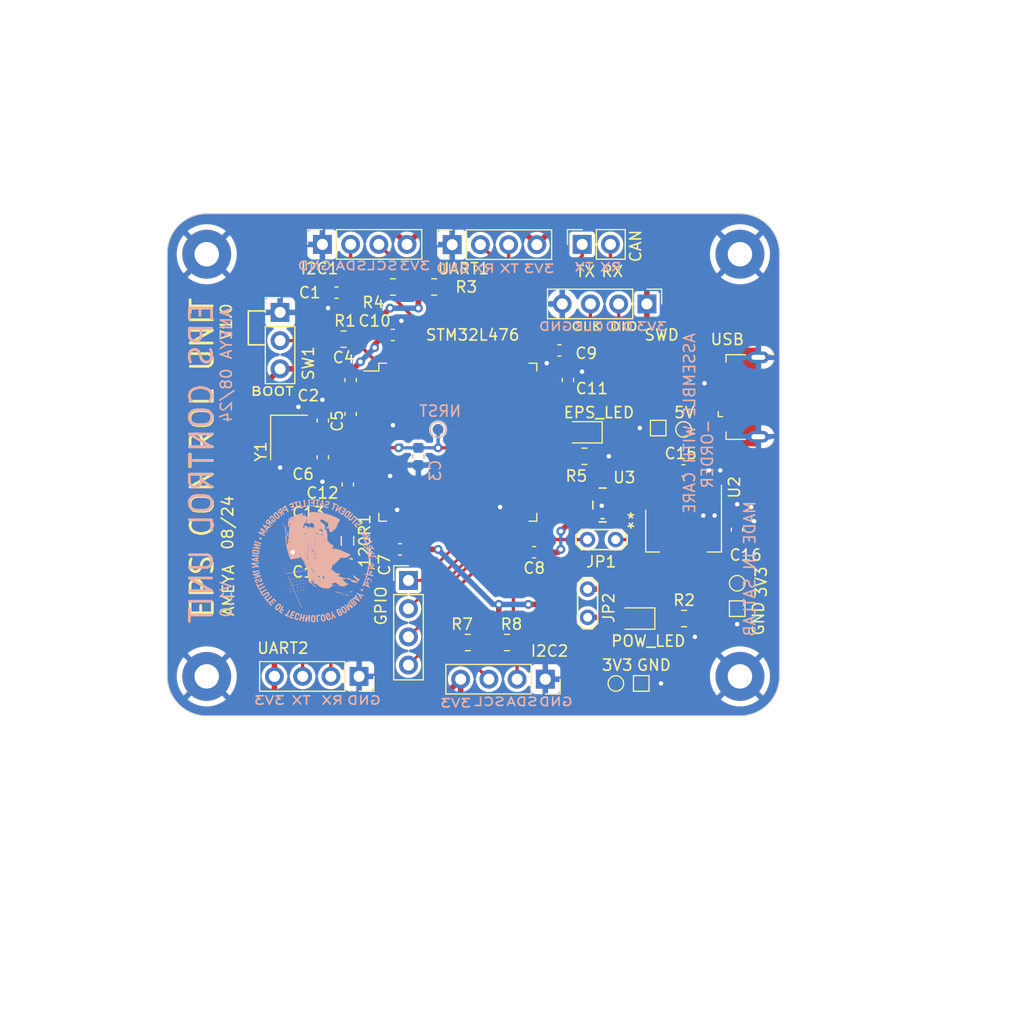
<source format=kicad_pcb>
(kicad_pcb (version 20221018) (generator pcbnew)
  (title_block (title "EPS Control Unit") (date "2024-08-30") (company "IIT Bombay Student Satellite Program") (comment 1 "Author: Ameya Marakarkandy"))
  (layers (0 "F.Cu" signal) (31 "B.Cu" signal) (34 "B.Paste" user) (35 "F.Paste" user) (36 "B.SilkS" user "B.Silkscreen") (37 "F.SilkS" user "F.Silkscreen") (38 "B.Mask" user) (39 "F.Mask" user) (44 "Edge.Cuts" user))
  (net 0 "")
  (net 1 "+3.3VA")
  (net 2 "3V3_EPS")
  (net 3 "GND")
  (net 4 "/HSE_IN")
  (net 5 "/NRST")
  (net 6 "/HSE_OUT")
  (net 7 "VBUS")
  (net 8 "/LED_CATHODE")
  (net 9 "/SWDIO")
  (net 10 "/SWCLK")
  (net 11 "/USB_D-")
  (net 12 "/USB_D+")
  (net 14 "/I2C1_SDA")
  (net 15 "/I2C1_SCL")
  (net 16 "/UART1_RX")
  (net 17 "/UART1_TX")
  (net 18 "/I2C2_SDA")
  (net 19 "/I2C2_SCL")
  (net 20 "/UART2_RX")
  (net 21 "/UART2_TX")
  (net 22 "/CAN_TX")
  (net 23 "/CAN_RX")
  (net 24 "/SW_BOOT0")
  (net 25 "/BOOT0")
  (net 51 "/GPIO1")
  (net 52 "/GPIO2")
  (net 53 "/GPIO3")
  (net 54 "/GPIO4")
  (net 71 "Net-(D2-K)")
  (net 93 "/WDI")
  (net 95 "/3V3_LDO")
  (net 96 "/WDI_RESET")
  (net 97 "/EPS_LED")
  (footprint "Package_QFP:LQFP-100_14x14mm_P0.5mm" (layer "F.Cu") (at 139.004 90.552)
    (fp_text reference "STM32L476")
    (fp_text value "STM32L476VET6")
  )
  (footprint "Capacitor_SMD:C_0603_1608Metric" (layer "F.Cu") (at 126.85 88.604 90)
    (fp_text reference "C2")
    (fp_text value "10pF")
  )
  (footprint "Resistor_SMD:R_0805_2012Metric" (layer "F.Cu") (at 150.404 91.822)
    (fp_text reference "R5")
    (fp_text value "1k5")
  )
  (footprint "Connector_USB:USB_Micro-B_GCT_USB3076-30-A" (layer "F.Cu") (at 164.855 86.488 90)
    (fp_text reference "USB")
    (fp_text value "USB_B_Micro")
  )
  (footprint "Capacitor_SMD:C_0603_1608Metric" (layer "F.Cu") (at 133.797 100.204 180)
    (fp_text reference "C7")
    (fp_text value "100nF")
  )
  (footprint "Capacitor_SMD:C_0603_1608Metric" (layer "F.Cu") (at 129.352 88.012 90)
    (fp_text reference "C5")
    (fp_text value "100nF")
  )
  (footprint "Capacitor_SMD:C_0603_1608Metric" (layer "F.Cu") (at 148.148 82.297 180)
    (fp_text reference "C9")
    (fp_text value "100nF")
  )
  (footprint "TestPoint:TestPoint_Pad_D1.0mm" (layer "F.Cu") (at 153.228 112.269)
    (fp_text reference "3V3")
    (fp_text value "TestPoint")
  )
  (footprint "Resistor_SMD:R_0805_2012Metric" (layer "F.Cu") (at 143.4255 108.586)
    (fp_text reference "R8")
    (fp_text value "1k5")
  )
  (footprint "Package_TO_SOT_SMD:SOT-223-3_TabPin2" (layer "F.Cu") (at 159.324 98.528 -90)
    (fp_text reference "U2")
    (fp_text value "AMS1117-3.3")
  )
  (footprint "Capacitor_SMD:C_0603_1608Metric" (layer "F.Cu") (at 148.91 84.964 90)
    (fp_text reference "C11")
    (fp_text value "100nF")
  )
  (footprint "Connector_PinHeader_2.54mm:PinHeader_1x04_P2.54mm_Vertical" (layer "F.Cu") (at 134.559 102.998)
    (fp_text reference "J8" hide)
    (fp_text value "Conn_01x04_Pin")
  )
  (footprint "Resistor_SMD:R_0805_2012Metric" (layer "F.Cu") (at 128.717 81.281)
    (fp_text reference "R1")
    (fp_text value "10k")
  )
  (footprint "Resistor_SMD:R_0805_2012Metric" (layer "F.Cu") (at 159.3725 106.427)
    (fp_text reference "R2")
    (fp_text value "1k5")
  )
  (footprint "Capacitor_SMD:C_0603_1608Metric" (layer "F.Cu") (at 128.082 77.09 180)
    (fp_text reference "C1")
    (fp_text value "10uF")
  )
  (footprint "LED_SMD:LED_0805_2012Metric" (layer "F.Cu") (at 155.0545 106.427 180)
    (fp_text reference "POW_LED")
    (fp_text value "POWER_LED")
  )
  (footprint "Capacitor_SMD:C_0603_1608Metric" (layer "F.Cu") (at 126.85 91.906 -90)
    (fp_text reference "C6")
    (fp_text value "10pF")
  )
  (footprint "Resistor_SMD:R_0805_2012Metric" (layer "F.Cu") (at 139.893 108.586 180)
    (fp_text reference "R7")
    (fp_text value "1k5")
  )
  (footprint "Connector_PinSocket_2.54mm:PinSocket_1x04_P2.54mm_Vertical" (layer "F.Cu") (at 138.496 72.772 90)
    (fp_text reference "J4" hide)
    (fp_text value "Conn_01x04_Pin")
  )
  (footprint "Capacitor_SMD:C_0603_1608Metric" (layer "F.Cu") (at 129.352 84.964 -90)
    (fp_text reference "C4")
    (fp_text value "100nF")
  )
  (footprint "Capacitor_SMD:C_0603_1608Metric" (layer "F.Cu") (at 145.875 100.458 180)
    (fp_text reference "C8")
    (fp_text value "100nF")
  )
  (footprint "Connector_PinSocket_2.54mm:PinSocket_1x04_P2.54mm_Vertical" (layer "F.Cu") (at 130.114 111.634 -90)
    (fp_text reference "UART2")
    (fp_text value "Conn_01x04_Pin")
  )
  (footprint "TestPoint:TestPoint_Pad_1.0x1.0mm" (layer "F.Cu") (at 157.038 89.282 180)
    (fp_text reference "TP2" hide)
    (fp_text value "TestPoint")
  )
  (footprint "TestPoint:TestPoint_Pad_D1.0mm" (layer "F.Cu") (at 159.324 89.409 180)
    (fp_text reference "5V")
    (fp_text value "TestPoint")
  )
  (footprint "Resistor_SMD:R_0805_2012Metric" (layer "F.Cu") (at 136.8685 76.582)
    (fp_text reference "R3")
    (fp_text value "1k5")
  )
  (footprint "Connector_PinSocket_2.54mm:PinSocket_1x02_P2.54mm_Vertical" (layer "F.Cu") (at 150.2 72.747 90)
    (fp_text reference "J7" hide)
    (fp_text value "Conn_01x02_Pin")
  )
  (footprint "Capacitor_SMD:C_0603_1608Metric" (layer "F.Cu") (at 133.162 80.9)
    (fp_text reference "C10")
    (fp_text value "100nF")
  )
  (footprint "Resistor_SMD:R_0805_2012Metric" (layer "F.Cu") (at 133.162 76.582 180)
    (fp_text reference "R4")
    (fp_text value "1k5")
  )
  (footprint "Connector_PinHeader_2.54mm:PinHeader_1x04_P2.54mm_Vertical" (layer "F.Cu") (at 156.022 78.106 -90)
    (fp_text reference "J1" hide)
    (fp_text value "Conn_01x04_Pin")
  )
  (footprint "MountingHole:MountingHole_2.2mm_M2_Pad" (layer "F.Cu") (at 164.398 73.634)
    (fp_text reference "H2" hide)
    (fp_text value "MountingHole_Pad")
  )
  (footprint "Connector_PinSocket_2.54mm:PinSocket_1x04_P2.54mm_Vertical" (layer "F.Cu") (at 146.878 111.888 -90)
    (fp_text reference "J5" hide)
    (fp_text value "Conn_01x04_Pin")
  )
  (footprint "Capacitor_SMD:C_0603_1608Metric" (layer "F.Cu") (at 129.098 94.362 90)
    (fp_text reference "C12")
    (fp_text value "10nF")
  )
  (footprint "Connector_PinSocket_2.54mm:PinSocket_1x04_P2.54mm_Vertical" (layer "F.Cu") (at 126.812 72.747 90)
    (fp_text reference "J3" hide)
    (fp_text value "Conn_01x04_Pin")
  )
  (footprint "Capacitor_SMD:C_0603_1608Metric" (layer "F.Cu") (at 164.136 98.426 90)
    (fp_text reference "C16")
    (fp_text value "22uF")
  )
  (footprint "Capacitor_SMD:C_0603_1608Metric" (layer "F.Cu") (at 126.545 98.426 180)
    (fp_text reference "C13")
    (fp_text value "1uF")
  )
  (footprint "TestPoint:TestPoint_Pad_D1.0mm" (layer "F.Cu") (at 164.15 103.252 180)
    (fp_text reference "3V3")
    (fp_text value "TestPoint")
  )
  (footprint "Connector_PinHeader_2.54mm:PinHeader_1x03_P2.54mm_Vertical" (layer "F.Cu") (at 123.002 78.868)
    (fp_text reference "SW1")
    (fp_text value "SW_SPDT")
  )
  (footprint "Capacitor_SMD:C_0603_1608Metric" (layer "F.Cu") (at 126.558 100.458 180)
    (fp_text reference "C14")
    (fp_text value "1uF")
  )
  (footprint "MountingHole:MountingHole_2.2mm_M2_Pad" (layer "F.Cu") (at 116.398 111.634)
    (fp_text reference "H4" hide)
    (fp_text value "MountingHole_Pad")
  )
  (footprint "TestPoint:TestPoint_Pad_1.0x1.0mm" (layer "F.Cu") (at 164.15 105.538 180)
    (fp_text reference "GND")
    (fp_text value "TestPoint")
  )
  (footprint "TestPoint:TestPoint_2Pads_Pitch2.54mm_Drill0.8mm" (layer "F.Cu") (at 153.208 99.319998 180)
    (fp_text reference "JP1")
    (fp_text value "Jumper_2_Bridged")
  )
  (footprint "Capacitor_SMD:C_0603_1608Metric" (layer "F.Cu") (at 159.31 93.092)
    (fp_text reference "C15")
    (fp_text value "22uF")
  )
  (footprint "Inductor_SMD:L_0805_2012Metric" (layer "F.Cu") (at 129.072 99.442 -90)
    (fp_text reference "120R1")
    (fp_text value "FerriteBead")
  )
  (footprint "MountingHole:MountingHole_2.2mm_M2_Pad" (layer "F.Cu") (at 164.398 111.634)
    (fp_text reference "H3" hide)
    (fp_text value "MountingHole_Pad")
  )
  (footprint "TestPoint:TestPoint_Pad_1.0x1.0mm" (layer "F.Cu") (at 155.514 112.269)
    (fp_text reference "GND")
    (fp_text value "TestPoint")
  )
  (footprint "LED_SMD:LED_0805_2012Metric" (layer "F.Cu") (at 150.307 89.663 180)
    (fp_text reference "EPS_LED")
    (fp_text value "EPS_LED")
  )
  (footprint "MountingHole:MountingHole_2.2mm_M2_Pad" (layer "F.Cu") (at 116.398 73.634)
    (fp_text reference "H1" hide)
    (fp_text value "MountingHole_Pad")
  )
  (footprint "Crystal:Crystal_SMD_Abracon_ABM8AIG-4Pin_3.2x2.5mm" (layer "F.Cu") (at 123.802 90.128 -90)
    (fp_text reference "Y1")
    (fp_text value "32MHz")
  )
  (footprint "TPS3824:tps3824" (layer "F.Cu") (at 152.0342 96.205999 180)
    (fp_text reference "U3")
    (fp_text value "TPS3824-33QDBVRQ1")
  )
  (footprint "TestPoint:TestPoint_2Pads_Pitch2.54mm_Drill0.8mm" (layer "F.Cu") (at 150.688 103.78 -90)
    (fp_text reference "JP2")
    (fp_text value "Jumper_2_Bridged")
  )
  (footprint "LOGO" (layer "B.Cu") (at 125.984 101.219 -90)
    (fp_text reference "G***" hide)
    (fp_text value "LOGO" hide)
  )
  (footprint "TestPoint:TestPoint_Pad_D1.0mm" (layer "B.Cu") (at 137.226 89.409 180)
    (fp_text reference "NRST")
    (fp_text value "TestPoint")
  )
  (footprint "Capacitor_SMD:C_0603_1608Metric" (layer "B.Cu") (at 135.448 91.835 -90)
    (fp_text reference "C3")
    (fp_text value "100nF")
  )
  (gr_line (start 121.539 78.74) (end 121.666 78.74) (stroke (width 0.15)) (layer "F.SilkS"))
  (gr_line (start 121.539 78.74) (end 120.142 78.74) (stroke (width 0.15)) (layer "F.SilkS"))
  (gr_line (start 120.142 78.74) (end 120.142 81.788) (stroke (width 0.15)) (layer "F.SilkS"))
  (gr_line (start 121.412 81.788) (end 121.666 81.788) (stroke (width 0.15)) (layer "F.SilkS"))
  (gr_line (start 120.142 81.788) (end 121.412 81.788) (stroke (width 0.15)) (layer "F.SilkS"))
  (gr_arc (start 112.842 73.534) (mid 113.883528 71.019528) (end 116.398 69.978) (stroke (width 0.1)) (layer "Edge.Cuts"))
  (gr_line (start 116.398 115.19) (end 164.404 115.19) (stroke (width 0.1)) (layer "Edge.Cuts"))
  (gr_line (start 112.842 111.634) (end 112.842 73.534) (stroke (width 0.1)) (layer "Edge.Cuts"))
  (gr_arc (start 116.398 115.19) (mid 113.883528 114.148472) (end 112.842 111.634) (stroke (width 0.1)) (layer "Edge.Cuts"))
  (gr_line (start 164.404 69.978) (end 116.398 69.978) (stroke (width 0.1)) (layer "Edge.Cuts"))
  (gr_line (start 167.96 111.634) (end 167.96 73.534) (stroke (width 0.1)) (layer "Edge.Cuts"))
  (gr_arc (start 164.404 69.978) (mid 166.918472 71.019528) (end 167.96 73.534) (stroke (width 0.1)) (layer "Edge.Cuts"))
  (gr_arc (start 167.96 111.634) (mid 166.918472 114.148472) (end 164.404 115.19) (stroke (width 0.1)) (layer "Edge.Cuts"))
  (gr_text "DIO" (at 153.543 80.137) (layer "B.SilkS") (effects (font (size 0.75 1)) (justify mirror)))
  (gr_text "3V3" (at 138.811 114.046) (layer "B.SilkS") (effects (font (size 0.75 1)) (justify mirror)))
  (gr_text "GND" (at 147.828 80.137) (layer "B.SilkS") (effects (font (size 0.75 1)) (justify mirror)))
  (gr_text "3V3" (at 146.304 74.93) (layer "B.SilkS") (effects (font (size 0.75 1)) (justify mirror)))
  (gr_text "SDA" (at 144.78 113.919) (layer "B.SilkS") (effects (font (size 0.75 1)) (justify mirror)))
  (gr_text "3V3" (at 135.128 74.676) (layer "B.SilkS") (effects (font (size 0.75 1)) (justify mirror)))
  (gr_text "SDA" (at 129.413 74.676) (layer "B.SilkS") (effects (font (size 0.75 1)) (justify mirror)))
  (gr_text "3V3" (at 156.464 80.137) (layer "B.SilkS") (effects (font (size 0.75 1)) (justify mirror)))
  (gr_text "RX" (at 127.701 113.793) (layer "B.SilkS") (effects (font (size 0.75 1)) (justify mirror)))
  (gr_text "CLK" (at 150.749 80.137) (layer "B.SilkS") (effects (font (size 0.75 1)) (justify mirror)))
  (gr_text "3V3" (at 122.047 113.792) (layer "B.SilkS") (effects (font (size 0.75 1)) (justify mirror)))
  (gr_text "EPS CONTROL UNIT" (at 117.094 77.851 90) (layer "B.SilkS") (effects (font (size 2 2) (thickness 0.25)) (justify left bottom mirror)))
  (gr_text "RX" (at 141.351 74.93) (layer "B.SilkS") (effects (font (size 0.75 1)) (justify mirror)))
  (gr_text "SCL" (at 141.859 113.919) (layer "B.SilkS") (effects (font (size 0.75 1)) (justify mirror)))
  (gr_text "TX" (at 150.368 74.803) (layer "B.SilkS") (effects (font (size 0.75 1)) (justify mirror)))
  (gr_text "V1.0" (at 118.745 102.997 90) (layer "B.SilkS") (effects (font (size 1 1)) (justify left bottom mirror)))
  (gr_text "GND" (at 147.828 113.919) (layer "B.SilkS") (effects (font (size 0.75 1)) (justify mirror)))
  (gr_text "08/24" (at 118.745 83.82 90) (layer "B.SilkS") (effects (font (size 1 1)) (justify left bottom mirror)))
  (gr_text "ASSEMBLE WITH CARE\n		-ORDER" (at 162.052 80.645 90) (layer "B.SilkS") (effects (font (size 1 1)) (justify left bottom mirror)))
  (gr_text "TX" (at 143.637 74.93) (layer "B.SilkS") (effects (font (size 0.75 1)) (justify mirror)))
  (gr_text "GND" (at 130.556 113.792) (layer "B.SilkS") (effects (font (size 0.75 1)) (justify mirror)))
  (gr_text "MADE IN SATLAB" (at 165.862 95.758 90) (layer "B.SilkS") (effects (font (size 1 1)) (justify left bottom mirror)))
  (gr_text "GND" (at 126.111 74.676) (layer "B.SilkS") (effects (font (size 0.75 1)) (justify mirror)))
  (gr_text "TX" (at 124.907 113.793) (layer "B.SilkS") (effects (font (size 0.75 1)) (justify mirror)))
  (gr_text "SCL" (at 132.207 74.676) (layer "B.SilkS") (effects (font (size 0.75 1)) (justify mirror)))
  (gr_text "AMEYA" (at 118.745 78.359 90) (layer "B.SilkS") (effects (font (size 1 1)) (justify left bottom mirror)))
  (gr_text "RX" (at 152.781 74.803) (layer "B.SilkS") (effects (font (size 0.75 1)) (justify mirror)))
  (gr_text "GND" (at 138.557 74.93) (layer "B.SilkS") (effects (font (size 0.75 1)) (justify mirror)))
  (gr_text "CAN" (at 155.006 72.899 90) (layer "F.SilkS") (effects (font (size 1 1))))
  (gr_text "I2C1" (at 126.558 74.931) (layer "F.SilkS") (effects (font (size 1 1))))
  (gr_text "RX" (at 152.908 75.184) (layer "F.SilkS") (effects (font (size 1 1))))
  (gr_text "BOOT" (at 122.301 85.979) (layer "F.SilkS") (effects (font (size 0.75 1))))
  (gr_text "SWD" (at 157.353 80.899) (layer "F.SilkS") (effects (font (size 1 1))))
  (gr_text "DIO" (at 153.924 80.137) (layer "F.SilkS") (effects (font (size 0.75 1))))
  (gr_text "UART1" (at 139.512 74.931) (layer "F.SilkS") (effects (font (size 1 1))))
  (gr_text "GPIO" (at 132.08 105.283 90) (layer "F.SilkS") (effects (font (size 1 1))))
  (gr_text "AMEYA" (at 118.938 106.3 90) (layer "F.SilkS") (effects (font (size 1 1)) (justify left bottom)))
  (gr_text "V1.0" (at 118.745 81.407 90) (layer "F.SilkS") (effects (font (size 1 1)) (justify left bottom)))
  (gr_text "TX" (at 150.495 75.184) (layer "F.SilkS") (effects (font (size 1 1))))
  (gr_text "08/24" (at 118.872 100.33 90) (layer "F.SilkS") (effects (font (size 1 1)) (justify left bottom)))
  (gr_text "I2C2" (at 147.259 109.348) (layer "F.SilkS") (effects (font (size 1 1))))
  (gr_text "EPS CONTROL UNIT" (at 117.16 106.554 90) (layer "F.SilkS") (effects (font (size 2 2) (thickness 0.25)) (justify left bottom)))
  (gr_text "CLK" (at 150.622 80.137) (layer "F.SilkS") (effects (font (size 0.75 1))))
  (segment (start 129.098 95.137) (end 129.098 98.3535) (width 0.25) (layer "F.Cu") (net 1))
  (segment (start 129.0255 98.426) (end 129.072 98.3795) (width 0.3) (layer "F.Cu") (net 1))
  (segment (start 129.183 95.052) (end 129.098 95.137) (width 0.25) (layer "F.Cu") (net 1))
  (segment (start 131.329 95.052) (end 129.183 95.052) (width 0.25) (layer "F.Cu") (net 1))
  (segment (start 129.098 98.3535) (end 129.072 98.3795) (width 0.25) (layer "F.Cu") (net 1))
  (segment (start 127.32 98.426) (end 129.0255 98.426) (width 0.3) (layer "F.Cu") (net 1))
  (segment (start 147.894 83.948) (end 147.894 83.326) (width 0.3) (layer "F.Cu") (net 2))
  (segment (start 128.209 83.948) (end 129.111 83.948) (width 0.5) (layer "F.Cu") (net 2))
  (segment (start 145.004 98.227) (end 145.004 99.092) (width 0.3) (layer "F.Cu") (net 2))
  (segment (start 135.448 78.487) (end 135.448 77.09) (width 0.5) (layer "F.Cu") (net 2))
  (segment (start 139.258 113.158) (end 139.258 111.888) (width 0.5) (layer "F.Cu") (net 2))
  (segment (start 130.117 89.552) (end 129.352 88.787) (width 0.3) (layer "F.Cu") (net 2))
  (segment (start 128.857 77.37) (end 132.387 80.9) (width 0.5) (layer "F.Cu") (net 2))
  (segment (start 132.679 70.994) (end 134.432 72.747) (width 0.5) (layer "F.Cu") (net 2))
  (segment (start 146.65 108.358) (end 146.65 105.157) (width 0.5) (layer "F.Cu") (net 2))
  (segment (start 131.511 81.776) (end 132.387 80.9) (width 0.5) (layer "F.Cu") (net 2))
  (segment (start 146.116 72.772) (end 147.767 71.121) (width 0.5) (layer "F.Cu") (net 2))
  (segment (start 140.02 113.92) (end 139.258 113.158) (width 0.5) (layer "F.Cu") (net 2))
  (segment (start 146.679 85.552) (end 148.723 85.552) (width 0.3) (layer "F.Cu") (net 2))
  (segment (start 122.494 111.634) (end 122.494 105.297) (width 0.5) (layer "F.Cu") (net 2))
  (segment (start 142.687 105.157) (end 142.687 108.412) (width 0.5) (layer "F.Cu") (net 2))
  (segment (start 151.831 82.297) (end 148.923 82.297) (width 0.5) (layer "F.Cu") (net 2))
  (segment (start 151.323 112.777) (end 150.18 113.92) (width 0.5) (layer "F.Cu") (net 2))
  (segment (start 149.689498 97.156) (end 150.8404 97.156) (width 0.5) (layer "F.Cu") (net 2))
  (segment (start 156.022 79.456) (end 153.181 82.297) (width 0.5) (layer "F.Cu") (net 2))
  (segment (start 135.448 77.09) (end 135.956 76.582) (width 0.5) (layer "F.Cu") (net 2))
  (segment (start 150.688 85.726) (end 148.923 85.726) (width 0.5) (layer "F.Cu") (net 2))
  (segment (start 134.0745 76.582) (end 135.956 76.582) (width 0.5) (layer "F.Cu") (net 2))
  (segment (start 128.209 87.644) (end 129.352 88.787) (width 0.5) (layer "F.Cu") (net 2))
  (segment (start 123.002 83.948) (end 128.209 83.948) (width 0.5) (layer "F.Cu") (net 2))
  (segment (start 156.022 73.28) (end 156.022 78.106) (width 0.5) (layer "F.Cu") (net 2))
  (segment (start 152.466 106.32) (end 154.01 106.32) (width 0.5) (layer "F.Cu") (net 2))
  (segment (start 145.825 99.633) (end 146.65 100.458) (width 0.3) (layer "F.Cu") (net 2))
  (segment (start 125.034 70.994) (end 132.679 70.994) (width 0.5) (layer "F.Cu") (net 2))
  (segment (start 151.323 109.729) (end 151.323 112.269) (width 0.5) (layer "F.Cu") (net 2))
  (segment (start 156.022 78.106) (end 156.022 79.456) (width 0.5) (layer "F.Cu") (net 2))
  (segment (start 128.857 77.09) (end 128.857 77.37) (width 0.5) (layer "F.Cu") (net 2))
  (segment (start 150.18 113.92) (end 140.02 113.92) (width 0.5) (layer "F.Cu") (net 2))
  (segment (start 146.65 100.458) (end 148.021 100.458) (width 0.5) (layer "F.Cu") (net 2))
  (segment (start 122.494 105.297) (end 127.333 100.458) (width 0.5) (layer "F.Cu") (net 2))
  (segment (start 120.716 75.312) (end 125.034 70.994) (width 0.5) (layer "F.Cu") (net 2))
  (segment (start 151.323 109.729) (end 148.021 109.729) (width 0.5) (layer "F.Cu") (net 2))
  (segment (start 148.021 109.729) (end 146.65 108.358) (width 0.5) (layer "F.Cu") (net 2))
  (segment (start 136.185 70.994) (end 144.338 70.994) (width 0.5) (layer "F.Cu") (net 2))
  (segment (start 145.545 99.633) (end 145.825 99.633) (width 0.3) (layer "F.Cu") (net 2))
  (segment (start 151.323 112.269) (end 151.323 112.777) (width 0.5) (layer "F.Cu") (net 2))
  (segment (start 151.323 112.269) (end 153.228 112.269) (width 0.5) (layer "F.Cu") (net 2))
  (segment (start 147.29 84.552) (end 147.894 83.948) (width 0.3) (layer "F.Cu") (net 2))
  (segment (start 129.0255 100.458) (end 129.072 100.5045) (width 0.5) (layer "F.Cu") (net 2))
  (segment (start 130.427959 87.052) (end 130.177 86.801041) (width 0.3) (layer "F.Cu") (net 2))
  (segment (start 122.494 105.297) (end 120.716 103.519) (width 0.5) (layer "F.Cu") (net 2))
  (segment (start 129.111 83.948) (end 129.352 84.189) (width 0.5) (layer "F.Cu") (net 2))
  (segment (start 127.333 100.458) (end 129.0255 100.458) (width 0.5) (layer "F.Cu") (net 2))
  (segment (start 146.65 105.157) (end 146.65 100.458) (width 0.5) (layer "F.Cu") (net 2))
  (segment (start 146.65 105.157) (end 145.354 105.157) (width 0.5) (layer "F.Cu") (net 2))
  (segment (start 132.387 80.9) (end 132.4 80.887) (width 0.25) (layer "F.Cu") (net 2))
  (segment (start 152.466 108.586) (end 151.323 109.729) (width 0.5) (layer "F.Cu") (net 2))
  (segment (start 152.466 106.32) (end 152.466 108.586) (width 0.5) (layer "F.Cu") (net 2))
  (segment (start 120.716 86.234) (end 120.716 75.312) (width 0.5) (layer "F.Cu") (net 2))
  (segment (start 146.679 84.552) (end 147.29 84.552) (width 0.3) (layer "F.Cu") (net 2))
  (segment (start 129.365 84.189) (end 130.241 83.313) (width 0.5) (layer "F.Cu") (net 2))
  (segment (start 120.716 103.519) (end 120.716 86.234) (width 0.5) (layer "F.Cu") (net 2))
  (segment (start 144.338 70.994) (end 146.116 72.772) (width 0.5) (layer "F.Cu") (net 2))
  (segment (start 134.572 100.204) (end 137.226 100.204) (width 0.5) (layer "F.Cu") (net 2))
  (segment (start 151.831 82.297) (end 151.831 84.583) (width 0.5) (layer "F.Cu") (net 2))
  (segment (start 132.4 78.995) (end 132.908 78.487) (width 0.5) (layer "F.Cu") (net 2))
  (segment (start 147.894 83.326) (end 148.923 82.297) (width 0.3) (layer "F.Cu") (net 2))
  (segment (start 131.329 89.552) (end 130.117 89.552) (width 0.3) (layer "F.Cu") (net 2))
  (segment (start 134.004 98.227) (end 134.004 99.636) (width 0.3) (layer "F.Cu") (net 2))
  (segment (start 148.021 100.458) (end 148.275 100.204) (width 0.3) (layer "F.Cu") (net 2))
  (segment (start 128.209 83.948) (end 128.209 87.644) (width 0.5) (layer "F.Cu") (net 2))
  (segment (start 131.511 82.043) (end 131.511 81.776) (width 0.3) (layer "F.Cu") (net 2))
  (segment (start 147.767 71.121) (end 153.863 71.121) (width 0.5) (layer "F.Cu") (net 2))
  (segment (start 137.353 113.793) (end 122.875 113.793) (width 0.5) (layer "F.Cu") (net 2))
  (segment (start 134.826 100.458) (end 134.572 100.204) (width 0.5) (layer "F.Cu") (net 2))
  (segment (start 130.177 85.014) (end 129.352 84.189) (width 0.3) (layer "F.Cu") (net 2))
  (segment (start 120.716 86.234) (end 123.002 83.948) (width 0.5) (layer "F.Cu") (net 2))
  (segment (start 150.688 106.32) (end 152.466 106.32) (width 0.5) (layer "F.Cu") (net 2))
  (segment (start 130.177 86.801041) (end 130.177 85.014) (width 0.3) (layer "F.Cu") (net 2))
  (segment (start 133.004 82.877) (end 133.004 81.517) (width 0.25) (layer "F.Cu") (net 2))
  (segment (start 134.004 99.636) (end 134.572 100.204) (width 0.3) (layer "F.Cu") (net 2))
  (segment (start 133.004 81.517) (end 132.387 80.9) (width 0.25) (layer "F.Cu") (net 2))
  (segment (start 131.329 87.052) (end 130.427959 87.052) (width 0.3) (layer "F.Cu") (net 2))
  (segment (start 153.181 82.297) (end 151.831 82.297) (width 0.5) (layer "F.Cu") (net 2))
  (segment (start 122.494 113.412) (end 122.494 111.634) (width 0.5) (layer "F.Cu") (net 2))
  (segment (start 153.863 71.121) (end 156.022 73.28) (width 0.5) (layer "F.Cu") (net 2))
  (segment (start 129.352 84.189) (end 129.365 84.189) (width 0.3) (layer "F.Cu") (net 2))
  (segment (start 151.831 84.583) (end 150.688 85.726) (width 0.5) (layer "F.Cu") (net 2))
  (segment (start 148.723 85.552) (end 148.91 85.739) (width 0.3) (layer "F.Cu") (net 2))
  (segment (start 145.004 99.092) (end 145.545 99.633) (width 0.3) (layer "F.Cu") (net 2))
  (segment (start 134.432 72.747) (end 136.185 70.994) (width 0.5) (layer "F.Cu") (net 2))
  (segment (start 148.275 98.570498) (end 149.689498 97.156) (width 0.5) (layer "F.Cu") (net 2))
  (segment (start 132.4 80.887) (end 132.4 78.995) (width 0.5) (layer "F.Cu") (net 2))
  (segment (start 142.687 108.412) (end 142.513 108.586) (width 0.5) (layer "F.Cu") (net 2))
  (segment (start 122.875 113.793) (end 122.494 113.412) (width 0.5) (layer "F.Cu") (net 2))
  (segment (start 139.258 111.888) (end 137.353 113.793) (width 0.5) (layer "F.Cu") (net 2))
  (segment (start 154.01 106.32) (end 154.117 106.427) (width 0.5) (layer "F.Cu") (net 2))
  (segment (start 148.923 85.726) (end 148.91 85.739) (width 0.5) (layer "F.Cu") (net 2))
  (segment (start 142.513 108.586) (end 140.8055 108.586) (width 0.5) (layer "F.Cu") (net 2))
  (via (at 148.275 98.570498) (size 0.8) (drill 0.4) (layers "F.Cu" "B.Cu") (net 2))
  (via (at 132.908 78.487) (size 0.8) (drill 0.4) (layers "F.Cu" "B.Cu") (net 2))
  (via (at 130.241 83.313) (size 0.8) (drill 0.4) (layers "F.Cu" "B.Cu") (net 2))
  (via (at 137.226 100.204) (size 0.8) (drill 0.4) (layers "F.Cu" "B.Cu") (net 2))
  (via (at 142.687 105.157) (size 0.8) (drill 0.4) (layers "F.Cu" "B.Cu") (net 2))
  (via (at 131.511 82.043) (size 0.8) (drill 0.4) (layers "F.Cu" "B.Cu") (net 2))
  (via (at 145.354 105.157) (size 0.8) (drill 0.4) (layers "F.Cu" "B.Cu") (net 2))
  (via (at 135.448 78.487) (size 0.8) (drill 0.4) (layers "F.Cu" "B.Cu") (net 2))
  (via (at 148.275 100.204) (size 0.8) (drill 0.4) (layers "F.Cu" "B.Cu") (net 2))
  (segment (start 132.908 78.487) (end 135.448 78.487) (width 0.5) (layer "B.Cu") (net 2))
  (segment (start 142.179 105.157) (end 142.687 105.157) (width 0.3) (layer "B.Cu") (net 2))
  (segment (start 137.226 100.204) (end 142.179 105.157) (width 0.5) (layer "B.Cu") (net 2))
  (segment (start 148.275 100.204) (end 148.275 98.570498) (width 0.3) (layer "B.Cu") (net 2))
  (segment (start 145.354 105.157) (end 142.687 105.157) (width 0.5) (layer "B.Cu") (net 2))
  (segment (start 130.241 83.313) (end 131.511 82.043) (width 0.5) (layer "B.Cu") (net 2))
  (segment (start 129.133 93.552) (end 129.098 93.587) (width 0.25) (layer "F.Cu") (net 3))
  (segment (start 147.373 82.297) (end 147.373 83.072) (width 0.3) (layer "F.Cu") (net 3))
  (segment (start 133.504 82.877) (end 133.504 81.333) (width 0.25) (layer "F.Cu") (net 3))
  (segment (start 125.77 100.445) (end 125.783 100.458) (width 0.5) (layer "F.Cu") (net 3))
  (segment (start 160.285 108.023) (end 160.34 108.078) (width 0.5) (layer "F.Cu") (net 3))
  (segment (start 161.624 95.378) (end 161.863 95.378) (width 0.5) (layer "F.Cu") (net 3))
  (segment (start 126.558 87.631) (end 126.558 87.829) (width 0.3) (layer "F.Cu") (net 3))
  (segment (start 148.047 85.052) (end 148.91 84.189) (width 0.3) (layer "F.Cu") (net 3))
  (segment (start 123.002 91.228) (end 123.002 92.838) (width 0.3) (layer "F.Cu") (net 3))
  (segment (start 133.504 81.333) (end 133.937 80.9) (width 0.25) (layer "F.Cu") (net 3))
  (segment (start 144.504 99.862) (end 145.1 100.458) (width 0.3) (layer "F.Cu") (net 3))
  (segment (start 125.77 98.426) (end 125.77 100.445) (width 0.5) (layer "F.Cu") (net 3))
  (segment (start 130.177 88.801041) (end 130.177 88.062) (width 0.3) (layer "F.Cu") (net 3))
  (segment (start 133.504 99.722) (end 133.022 100.204) (width 0.3) (layer "F.Cu") (net 3))
  (segment (start 133.937 79.643) (end 133.924 79.63) (width 0.25) (layer "F.Cu") (net 3))
  (segment (start 126.85 94.07) (end 126.812 94.108) (width 0.5) (layer "F.Cu") (net 3))
  (segment (start 133.138 89.052) (end 133.162 89.028) (width 0.3) (layer "F.Cu") (net 3))
  (segment (start 144.504 98.227) (end 144.504 99.862) (width 0.3) (layer "F.Cu") (net 3))
  (segment (start 147.373 83.072) (end 147.005 83.44) (width 0.3) (layer "F.Cu") (net 3))
  (segment (start 130.427959 89.052) (end 130.177 88.801041) (width 0.3) (layer "F.Cu") (net 3))
  (segment (start 144.504 98.227) (end 144.504 97.325959) (width 0.3) (layer "F.Cu") (net 3))
  (segment (start 133.504 96.687) (end 133.543 96.648) (width 0.3) (layer "F.Cu") (net 3))
  (segment (start 161.624 94.631) (end 161.624 95.378) (width 0.5) (layer "F.Cu") (net 3))
  (segment (start 124.602 89.028) (end 124.602 87.428) (width 0.3) (layer "F.Cu") (net 3))
  (segment (start 133.504 98.227) (end 133.504 96.687) (width 0.3) (layer "F.Cu") (net 3))
  (segment (start 146.679 85.052) (end 148.047 85.052) (width 0.3) (layer "F.Cu") (net 3))
  (segment (start 131.329 89.052) (end 130.427959 89.052) (width 0.3) (layer "F.Cu") (net 3))
  (segment (start 126.85 92.681) (end 126.85 94.07) (width 0.5) (layer "F.Cu") (net 3))
  (segment (start 157.038 89.282) (end 155.387 89.282) (width 0.25) (layer "F.Cu") (net 3))
  (segment (start 164.15 105.538) (end 164.15 106.935) (width 0.5) (layer "F.Cu") (net 3))
  (segment (start 127.307 77.09) (end 127.307 78.474) (width 0.5) (layer "F.Cu") (net 3))
  (segment (start 133.937 80.9) (end 133.937 79.643) (width 0.25) (layer "F.Cu") (net 3))
  (segment (start 131.329 93.552) (end 129.133 93.552) (width 0.25) (layer "F.Cu") (net 3))
  (segment (start 127.307 78.474) (end 127.32 78.487) (width 0.5) (layer "F.Cu") (net 3))
  (segment (start 125.783 100.458) (end 124.145 100.458) (width 0.5) (layer "F.Cu") (net 3))
  (segment (start 153.228 96.205999) (end 152.023999 96.205999) (width 0.5) (layer "F.Cu") (net 3))
  (segment (start 148.91 84.189) (end 150.167 84.189) (width 0.3) (layer "F.Cu") (net 3))
  (segment (start 163.0005 85.218) (end 161.2355 85.218) (width 0.25) (layer "F.Cu") (net 3))
  (segment (start 152.023999 96.205999) (end 151.958 96.271998) (width 0.5) (layer "F.Cu") (net 3))
  (segment (start 131.329 93.552) (end 132.86 93.552) (width 0.25) (layer "F.Cu") (net 3))
  (segment (start 132.86 93.552) (end 132.908 93.6) (width 0.25) (layer "F.Cu") (net 3))
  (segment (start 126.85 87.829) (end 126.85 86.78) (width 0.3) (layer "F.Cu") (net 3))
  (segment (start 155.514 112.269) (end 157.292 112.269) (width 0.3) (layer "F.Cu") (net 3))
  (segment (start 161.624 95.378) (end 161.624 96.126) (width 0.5) (layer "F.Cu") (net 3))
  (segment (start 130.177 88.062) (end 129.352 87.237) (width 0.3) (layer "F.Cu") (net 3))
  (segment (start 129.352 85.739) (end 129.352 87.237) (width 0.3) (layer "F.Cu") (net 3))
  (segment (start 124.602 87.428) (end 124.653 87.377) (width 0.3) (layer "F.Cu") (net 3))
  (segment (start 133.504 98.227) (end 133.504 99.722) (width 0.3) (layer "F.Cu") (net 3))
  (segment (start 143.572041 96.394) (end 142.814 96.394) (width 0.3) (layer "F.Cu") (net 3))
  (segment (start 126.85 86.78) (end 126.812 86.742) (width 0.3) (layer "F.Cu") (net 3))
  (segment (start 151.3165 91.822) (end 152.593 91.822) (width 0.3) (layer "F.Cu") (net 3))
  (segment (start 150.167 84.189) (end 150.18 84.202) (width 0.3) (layer "F.Cu") (net 3))
  (segment (start 144.504 97.325959) (end 143.572041 96.394) (width 0.3) (layer "F.Cu") (net 3))
  (segment (start 131.329 89.052) (end 133.138 89.052) (width 0.3) (layer "F.Cu") (net 3))
  (segment (start 160.285 106.427) (end 160.285 108.023) (width 0.5) (layer "F.Cu") (net 3))
  (via (at 124.145 100.458) (size 0.8) (drill 0.4) (layers "F.Cu" "B.Cu") (net 3))
  (via (at 150.18 84.202) (size 0.8) (drill 0.4) (layers "F.Cu" "B.Cu") (net 3))
  (via (at 164.15 106.935) (size 0.8) (drill 0.4) (layers "F.Cu" "B.Cu") (net 3))
  (via (at 152.593 91.822) (size 0.8) (drill 0.4) (layers "F.Cu" "B.Cu") (net 3))
  (via (at 162.626 93.092) (size 0.8) (drill 0.4) (layers "F.Cu" "B.Cu") (net 3))
  (via (at 151.958 96.271998) (size 0.8) (drill 0.4) (layers "F.Cu" "B.Cu") (net 3))
  (via (at 126.812 86.742) (size 0.8) (drill 0.4) (layers "F.Cu" "B.Cu") (net 3))
  (via (at 161.61 93.092) (size 0.8) (drill 0.4) (layers "F.Cu" "B.Cu") (net 3))
  (via (at 147.005 83.44) (size 0.8) (drill 0.4) (layers "F.Cu" "B.Cu") (net 3))
  (via (at 157.292 112.269) (size 0.8) (drill 0.4) (layers "F.Cu" "B.Cu") (net 3))
  (via (at 142.814 96.394) (size 0.8) (drill 0.4) (layers "F.Cu" "B.Cu") (net 3))
  (via (at 161.102 97.156) (size 0.8) (drill 0.4) (layers "F.Cu" "B.Cu") (net 3))
  (via (at 124.653 87.377) (size 0.8) (drill 0.4) (layers "F.Cu" "B.Cu") (net 3))
  (via (at 132.908 93.6) (size 0.8) (drill 0.4) (layers "F.Cu" "B.Cu") (net 3))
  (via (at 160.34 108.078) (size 0.8) (drill 0.4) (layers "F.Cu" "B.Cu") (net 3))
  (via (at 123.002 92.838) (size 0.8) (drill 0.4) (layers "F.Cu" "B.Cu") (net 3))
  (via (at 133.162 89.028) (size 0.8) (drill 0.4) (layers "F.Cu" "B.Cu") (net 3))
  (via (at 133.543 96.648) (size 0.8) (drill 0.4) (layers "F.Cu" "B.Cu") (net 3))
  (via (at 165.42 96.394) (size 0.8) (drill 0.4) (layers "F.Cu" "B.Cu") (net 3))
  (via (at 155.387 89.282) (size 0.8) (drill 0.4) (layers "F.Cu" "B.Cu") (net 3))
  (via (at 161.2055 85.248) (size 0.8) (drill 0.4) (layers "F.Cu" "B.Cu") (net 3))
  (via (at 164.15 96.14) (size 0.8) (drill 0.4) (layers "F.Cu" "B.Cu") (net 3))
  (via (at 127.32 78.487) (size 0.8) (drill 0.4) (layers "F.Cu" "B.Cu") (net 3))
  (via (at 165.674 97.664) (size 0.8) (drill 0.4) (layers "F.Cu" "B.Cu") (net 3))
  (via (at 133.924 79.63) (size 0.8) (drill 0.4) (layers "F.Cu" "B.Cu") (net 3))
  (via (at 162.118 97.156) (size 0.8) (drill 0.4) (layers "F.Cu" "B.Cu") (net 3))
  (via (at 126.812 94.108) (size 0.8) (drill 0.4) (layers "F.Cu" "B.Cu") (net 3))
  (segment (start 123.798 90.078) (end 123.002 89.282) (width 0.3) (layer "F.Cu") (net 4))
  (segment (start 127.523 90.052) (end 126.85 89.379) (width 0.3) (layer "F.Cu") (net 4))
  (segment (start 131.329 90.052) (end 127.523 90.052) (width 0.3) (layer "F.Cu") (net 4))
  (segment (start 123.002 89.282) (end 123.002 89.028) (width 0.3) (layer "F.Cu") (net 4))
  (segment (start 126.85 89.379) (end 126.151 90.078) (width 0.3) (layer "F.Cu") (net 4))
  (segment (start 126.151 90.078) (end 123.798 90.078) (width 0.3) (layer "F.Cu") (net 4))
  (segment (start 147.592998 99.319998) (end 150.668 99.319998) (width 0.3) (layer "F.Cu") (net 5))
  (segment (start 139.333 91.06) (end 147.592998 99.319998) (width 0.3) (layer "F.Cu") (net 5))
  (segment (start 133.662 91.052) (end 133.67 91.06) (width 0.3) (layer "F.Cu") (net 5))
  (segment (start 131.329 91.052) (end 133.662 91.052) (width 0.3) (layer "F.Cu") (net 5))
  (segment (start 137.226 91.06) (end 139.333 91.06) (width 0.3) (layer "F.Cu") (net 5))
  (via (at 137.226 91.06) (size 0.8) (drill 0.4) (layers "F.Cu" "B.Cu") (net 5))
  (via (at 133.67 91.06) (size 0.8) (drill 0.4) (layers "F.Cu" "B.Cu") (net 5))
  (segment (start 133.924 90.806) (end 133.67 91.06) (width 0.3) (layer "B.Cu") (net 5))
  (segment (start 133.67 91.06) (end 135.448 91.06) (width 0.3) (layer "B.Cu") (net 5))
  (segment (start 137.226 89.409) (end 137.226 90.933) (width 0.3) (layer "B.Cu") (net 5))
  (segment (start 135.448 91.06) (end 137.226 91.06) (width 0.3) (layer "B.Cu") (net 5))
  (segment (start 126.85 91.131) (end 124.699 91.131) (width 0.3) (layer "F.Cu") (net 6))
  (segment (start 124.699 91.131) (end 124.602 91.228) (width 0.3) (layer "F.Cu") (net 6))
  (segment (start 131.329 90.552) (end 130.368 90.552) (width 0.3) (layer "F.Cu") (net 6))
  (segment (start 129.789 91.131) (end 126.85 91.131) (width 0.3) (layer "F.Cu") (net 6))
  (segment (start 126.947 91.228) (end 126.85 91.131) (width 0.3) (layer "F.Cu") (net 6))
  (segment (start 130.368 90.552) (end 129.789 91.131) (width 0.3) (layer "F.Cu") (net 6))
  (segment (start 157.024 94.603) (end 157.024 95.378) (width 0.5) (layer "F.Cu") (net 7))
  (segment (start 155.992 106.427) (end 158.46 106.427) (width 0.5) (layer "F.Cu") (net 8))
  (segment (start 145.862 83.694) (end 145.862 81.630827) (width 0.3) (layer "F.Cu") (net 9))
  (segment (start 145.862 81.630827) (end 146.592827 80.9) (width 0.3) (layer "F.Cu") (net 9))
  (segment (start 146.592827 80.9) (end 152.466 80.9) (width 0.3) (layer "F.Cu") (net 9))
  (segment (start 145.504 85.778041) (end 145.504 84.052) (width 0.3) (layer "F.Cu") (net 9))
  (segment (start 145.504 84.052) (end 145.862 83.694) (width 0.3) (layer "F.Cu") (net 9))
  (segment (start 145.777959 86.052) (end 145.504 85.778041) (width 0.3) (layer "F.Cu") (net 9))
  (segment (start 153.482 79.884) (end 153.482 78.106) (width 0.3) (layer "F.Cu") (net 9))
  (segment (start 152.466 80.9) (end 153.482 79.884) (width 0.3) (layer "F.Cu") (net 9))
  (segment (start 146.679 86.052) (end 145.777959 86.052) (width 0.3) (layer "F.Cu") (net 9))
  (segment (start 150.434 80.138) (end 150.942 79.63) (width 0.3) (layer "F.Cu") (net 10))
  (segment (start 150.942 79.63) (end 150.942 78.106) (width 0.3) (layer "F.Cu") (net 10))
  (segment (start 145.004 82.877) (end 145.004 81.504) (width 0.3) (layer "F.Cu") (net 10))
  (segment (start 145.004 81.504) (end 146.37 80.138) (width 0.3) (layer "F.Cu") (net 10))
  (segment (start 146.37 80.138) (end 150.434 80.138) (width 0.3) (layer "F.Cu") (net 10))
  (segment (start 147.879001 87.052) (end 146.679 87.052) (width 0.2) (layer "F.Cu") (net 11))
  (segment (start 147.904001 87.027) (end 147.879001 87.052) (width 0.2) (layer "F.Cu") (net 11))
  (segment (start 161.886 87.138) (end 161.775 87.027) (width 0.2) (layer "F.Cu") (net 11))
  (segment (start 162.959215 87.138) (end 161.886 87.138) (width 0.2) (layer "F.Cu") (net 11))
  (segment (start 161.775 87.027) (end 147.904001 87.027) (width 0.2) (layer "F.Cu") (net 11))
  (segment (start 147.904001 86.577) (end 161.775 86.577) (width 0.2) (layer "F.Cu") (net 12))
  (segment (start 161.775 86.577) (end 161.864 86.488) (width 0.2) (layer "F.Cu") (net 12))
  (segment (start 147.879001 86.552) (end 147.904001 86.577) (width 0.2) (layer "F.Cu") (net 12))
  (segment (start 146.679 86.552) (end 147.879001 86.552) (width 0.2) (layer "F.Cu") (net 12))
  (segment (start 161.864 86.488) (end 162.959215 86.488) (width 0.2) (layer "F.Cu") (net 12))
  (segment (start 131.2335 75.566) (end 129.86 75.566) (width 0.3) (layer "F.Cu") (net 14))
  (segment (start 135.004 79.3365) (end 132.2495 76.582) (width 0.3) (layer "F.Cu") (net 14))
  (segment (start 129.86 75.566) (end 129.352 75.058) (width 0.3) (layer "F.Cu") (net 14))
  (segment (start 132.2495 76.582) (end 131.2335 75.566) (width 0.3) (layer "F.Cu") (net 14))
  (segment (start 135.004 82.877) (end 135.004 79.3365) (width 0.3) (layer "F.Cu") (net 14))
  (segment (start 129.352 75.058) (end 129.352 72.747) (width 0.3) (layer "F.Cu") (net 14))
  (segment (start 134.677 75.532) (end 136.731 75.532) (width 0.3) (layer "F.Cu") (net 15))
  (segment (start 135.504 81.606) (end 137.781 79.329) (width 0.3) (layer "F.Cu") (net 15))
  (segment (start 137.781 79.329) (end 137.781 76.582) (width 0.3) (layer "F.Cu") (net 15))
  (segment (start 135.504 82.877) (end 135.504 81.606) (width 0.3) (layer "F.Cu") (net 15))
  (segment (start 131.892 72.747) (end 134.677 75.532) (width 0.3) (layer "F.Cu") (net 15))
  (segment (start 136.731 75.532) (end 137.781 76.582) (width 0.3) (layer "F.Cu") (net 15))
  (segment (start 140.528 79.376) (end 142.56 77.344) (width 0.3) (layer "F.Cu") (net 16))
  (segment (start 142.56 74.296) (end 141.036 72.772) (width 0.3) (layer "F.Cu") (net 16))
  (segment (start 136.504 81.622) (end 138.75 79.376) (width 0.3) (layer "F.Cu") (net 16))
  (segment (start 136.504 82.877) (end 136.504 81.622) (width 0.3) (layer "F.Cu") (net 16))
  (segment (start 142.56 77.344) (end 142.56 74.296) (width 0.3) (layer "F.Cu") (net 16))
  (segment (start 138.75 79.376) (end 140.528 79.376) (width 0.3) (layer "F.Cu") (net 16))
  (segment (start 138.841959 80.138) (end 141.036 80.138) (width 0.3) (layer "F.Cu") (net 17))
  (segment (start 141.036 80.138) (end 143.576 77.598) (width 0.3) (layer "F.Cu") (net 17))
  (segment (start 143.576 77.598) (end 143.576 72.772) (width 0.3) (layer "F.Cu") (net 17))
  (segment (start 137.004 81.975959) (end 138.841959 80.138) (width 0.3) (layer "F.Cu") (net 17))
  (segment (start 137.004 82.877) (end 137.004 81.975959) (width 0.3) (layer "F.Cu") (net 17))
  (segment (start 144.004 108.252) (end 144.338 108.586) (width 0.3) (layer "F.Cu") (net 18))
  (segment (start 144.338 108.586) (end 144.338 111.888) (width 0.3) (layer "F.Cu") (net 18))
  (segment (start 144.004 98.227) (end 144.004 108.252) (width 0.3) (layer "F.Cu") (net 18))
  (segment (start 138.9805 108.459) (end 138.9805 108.713) (width 0.3) (layer "F.Cu") (net 19))
  (segment (start 143.504 99.133) (end 138.9805 103.6565) (width 0.3) (layer "F.Cu") (net 19))
  (segment (start 138.9805 108.713) (end 138.9805 109.0705) (width 0.3) (layer "F.Cu") (net 19))
  (segment (start 138.9805 109.0705) (end 141.798 111.888) (width 0.3) (layer "F.Cu") (net 19))
  (segment (start 143.504 98.227) (end 143.504 99.133) (width 0.3) (layer "F.Cu") (net 19))
  (segment (start 138.9805 108.586) (end 138.9805 108.713) (width 0.3) (layer "F.Cu") (net 19))
  (segment (start 138.9805 103.6565) (end 138.9805 108.459) (width 0.3) (layer "F.Cu") (net 19))
  (segment (start 133.004 98.227) (end 131.837 98.227) (width 0.3) (layer "F.Cu") (net 20))
  (segment (start 131.837 98.227) (end 131.384 98.68) (width 0.3) (layer "F.Cu") (net 20))
  (segment (start 131.384 98.68) (end 131.384 101.696827) (width 0.3) (layer "F.Cu") (net 20))
  (segment (start 127.574 105.506827) (end 127.574 111.634) (width 0.3) (layer "F.Cu") (net 20))
  (segment (start 131.384 101.696827) (end 127.574 105.506827) (width 0.3) (layer "F.Cu") (net 20))
  (segment (start 130.368 101.22) (end 125.034 106.554) (width 0.3) (layer "F.Cu") (net 21))
  (segment (start 130.368 97.513) (end 130.368 101.22) (width 0.3) (layer "F.Cu") (net 21))
  (segment (start 131.329 96.552) (end 130.368 97.513) (width 0.3) (layer "F.Cu") (net 21))
  (segment (start 125.034 106.554) (end 125.034 111.634) (width 0.3) (layer "F.Cu") (net 21))
  (segment (start 149.672 74.296) (end 150.2 73.768) (width 0.3) (layer "F.Cu") (net 22))
  (segment (start 150.2 73.768) (end 150.2 72.747) (width 0.3) (layer "F.Cu") (net 22))
  (segment (start 142.004 82.877) (end 142.004 80.694) (width 0.3) (layer "F.Cu") (net 22))
  (segment (start 148.402 74.296) (end 149.672 74.296) (width 0.3) (layer "F.Cu") (net 22))
  (segment (start 142.004 80.694) (end 148.402 74.296) (width 0.3) (layer "F.Cu") (net 22))
  (segment (start 148.656 75.058) (end 151.704 75.058) (width 0.3) (layer "F.Cu") (net 23))
  (segment (start 142.504 82.877) (end 142.504 81.21) (width 0.3) (layer "F.Cu") (net 23))
  (segment (start 152.74 74.022) (end 152.74 72.747) (width 0.3) (layer "F.Cu") (net 23))
  (segment (start 142.504 81.21) (end 148.656 75.058) (width 0.3) (layer "F.Cu") (net 23))
  (segment (start 151.704 75.058) (end 152.74 74.022) (width 0.3) (layer "F.Cu") (net 23))
  (segment (start 127.6775 81.408) (end 123.002 81.408) (width 0.3) (layer "F.Cu") (net 24))
  (segment (start 127.9315 80.9) (end 127.4235 81.408) (width 0.3) (layer "F.Cu") (net 24))
  (segment (start 127.8045 81.281) (end 127.6775 81.408) (width 0.3) (layer "F.Cu") (net 24))
  (segment (start 129.6295 81.411541) (end 129.6295 81.281) (width 0.3) (layer "F.Cu") (net 25))
  (segment (start 135.730041 84.052) (end 132.4005 84.052) (width 0.3) (layer "F.Cu") (net 25))
  (segment (start 132.4005 84.052) (end 129.6295 81.281) (width 0.3) (layer "F.Cu") (net 25))
  (segment (start 136.004 83.778041) (end 135.730041 84.052) (width 0.3) (layer "F.Cu") (net 25))
  (segment (start 136.004 82.877) (end 136.004 83.778041) (width 0.3) (layer "F.Cu") (net 25))
  (segment (start 139.004 99.653) (end 135.659 102.998) (width 0.25) (layer "F.Cu") (net 51))
  (segment (start 139.004 98.227) (end 139.004 99.653) (width 0.25) (layer "F.Cu") (net 51))
  (segment (start 135.659 102.998) (end 134.559 102.998) (width 0.25) (layer "F.Cu") (net 51))
  (segment (start 139.504 98.227) (end 139.504 100.593) (width 0.25) (layer "F.Cu") (net 52))
  (segment (start 139.504 100.593) (end 134.559 105.538) (width 0.25) (layer "F.Cu") (net 52))
  (segment (start 135.956 106.681) (end 134.559 108.078) (width 0.25) (layer "F.Cu") (net 53))
  (segment (start 140.004 100.982) (end 135.956 105.03) (width 0.25) (layer "F.Cu") (net 53))
  (segment (start 140.004 98.227) (end 140.004 100.982) (width 0.25) (layer "F.Cu") (net 53))
  (segment (start 135.956 105.03) (end 135.956 106.681) (width 0.25) (layer "F.Cu") (net 53))
  (segment (start 136.528198 105.094198) (end 136.528198 108.648802) (width 0.25) (layer "F.Cu") (net 54))
  (segment (start 136.528198 108.648802) (end 134.559 110.618) (width 0.25) (layer "F.Cu") (net 54))
  (segment (start 140.504 98.227) (end 140.504 101.118396) (width 0.25) (layer "F.Cu") (net 54))
  (segment (start 140.504 101.118396) (end 136.528198 105.094198) (width 0.25) (layer "F.Cu") (net 54))
  (segment (start 151.2445 90.069) (end 149.4915 91.822) (width 0.3) (layer "F.Cu") (net 71))
  (segment (start 151.2445 89.663) (end 151.2445 90.069) (width 0.3) (layer "F.Cu") (net 71))
  (segment (start 149.391998 95.255998) (end 150.8404 95.255998) (width 0.3) (layer "F.Cu") (net 93))
  (segment (start 147.688 93.552) (end 149.391998 95.255998) (width 0.3) (layer "F.Cu") (net 93))
  (segment (start 146.679 93.552) (end 147.688 93.552) (width 0.3) (layer "F.Cu") (net 93))
  (segment (start 157.222 103.78) (end 159.324 101.678) (width 0.5) (layer "F.Cu") (net 95))
  (segment (start 150.688 103.78) (end 157.222 103.78) (width 0.5) (layer "F.Cu") (net 95))
  (segment (start 159.324 101.678) (end 162.576 101.678) (width 0.5) (layer "F.Cu") (net 95))
  (segment (start 162.576 101.678) (end 164.15 103.252) (width 0.5) (layer "F.Cu") (net 95))
  (segment (start 154.2646 95.255998) (end 153.228 95.255998) (width 0.3) (layer "F.Cu") (net 96))
  (segment (start 154.493002 99.319998) (end 154.879 98.934) (width 0.3) (layer "F.Cu") (net 96))
  (segment (start 154.879 98.934) (end 154.879 95.870398) (width 0.3) (layer "F.Cu") (net 96))
  (segment (start 154.879 95.870398) (end 154.2646 95.255998) (width 0.3) (layer "F.Cu") (net 96))
  (segment (start 153.208 99.319998) (end 154.493002 99.319998) (width 0.3) (layer "F.Cu") (net 96))
  (segment (start 148.4805 90.552) (end 149.3695 89.663) (width 0.3) (layer "F.Cu") (net 97))
  (segment (start 146.679 90.552) (end 148.4805 90.552) (width 0.3) (layer "F.Cu") (net 97))
  (zone (net 7) (net_name "VBUS") (layer "F.Cu") (priority 3) (connect_pads yes (clearance 0.3)) (min_thickness 0.25) (fill yes (thermal_gap 0.5) (thermal_bridge_width 0.5))
    (polygon (pts (xy 158.689 89.028) (xy 156.022 94.235) (xy 156.022 96.648) (xy 158.054 96.648) (xy 158.054 94.108) (xy 159.197 93.727) (xy 159.197 92.203) (xy 161.229 88.012) (xy 164.277 88.012) (xy 164.277 87.377) (xy 160.975 87.377)))
  )
  (zone (net 3) (net_name "GND") (layer "F.Cu") (priority 1) (connect_pads yes (clearance 0.3)) (min_thickness 0.25) (fill yes (thermal_gap 0.5) (thermal_bridge_width 0.5))
    (polygon (pts (xy 159.324 92.33) (xy 159.324 93.854) (xy 160.34 94.108) (xy 160.594 94.108) (xy 160.594 97.918) (xy 163.134 97.918) (xy 163.642 98.426) (xy 166.182 98.426) (xy 166.182 95.632) (xy 163.388 94.108) (xy 163.388 92.33)))
  )
  (zone (net 3) (net_name "GND") (layer "F.Cu") (priority 4) (connect_pads yes (clearance 0.3)) (min_thickness 0.25) (fill yes (thermal_gap 0.5) (thermal_bridge_width 0.5) (island_removal_mode 1) (island_area_min 10))
    (polygon (pts (xy 161.229 84.71) (xy 161.229 83.44) (xy 163.769 82.043) (xy 166.055 82.043) (xy 166.055 90.933) (xy 163.515 90.933) (xy 161.229 89.536) (xy 161.229 88.393) (xy 163.261 88.266) (xy 163.261 84.964)))
  )
  (zone (net 95) (net_name "/3V3_LDO") (layer "F.Cu") (priority 2) (connect_pads yes (clearance 0.3)) (min_thickness 0.25) (fill yes (thermal_gap 0.5) (thermal_bridge_width 0.5))
    (polygon (pts (xy 157.038 102.998) (xy 161.864 102.998) (xy 165.039 99.95) (xy 165.039 98.553) (xy 163.261 98.553) (xy 160.721 98.172) (xy 160.34 97.918) (xy 160.34 94.235) (xy 158.308 94.235) (xy 158.308 96.521) (xy 157.038 100.712)))
  )
  (zone (net 3) (net_name "GND") (layer "B.Cu") (connect_pads (clearance 0.3)) (min_thickness 0.25) (fill yes (thermal_gap 0.5) (thermal_bridge_width 0.5))
    (polygon (pts (xy 112.08 68.2) (xy 169.738 68.454) (xy 169.992 117.73) (xy 111.572 118.238)))
  )
)
</source>
